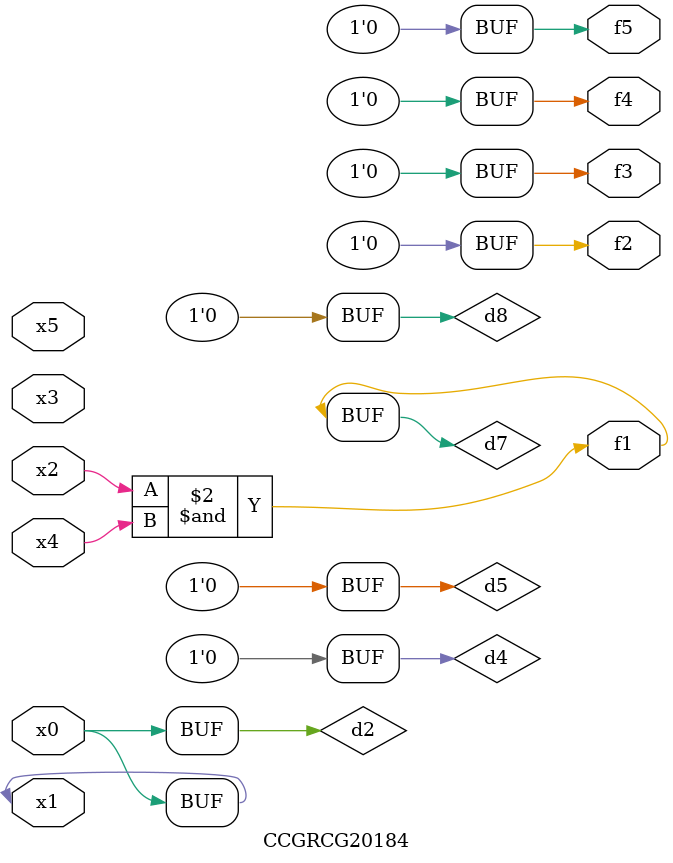
<source format=v>
module CCGRCG20184(
	input x0, x1, x2, x3, x4, x5,
	output f1, f2, f3, f4, f5
);

	wire d1, d2, d3, d4, d5, d6, d7, d8, d9;

	nand (d1, x1);
	buf (d2, x0, x1);
	nand (d3, x2, x4);
	and (d4, d1, d2);
	and (d5, d1, d2);
	nand (d6, d1, d3);
	not (d7, d3);
	xor (d8, d5);
	nor (d9, d5, d6);
	assign f1 = d7;
	assign f2 = d8;
	assign f3 = d8;
	assign f4 = d8;
	assign f5 = d8;
endmodule

</source>
